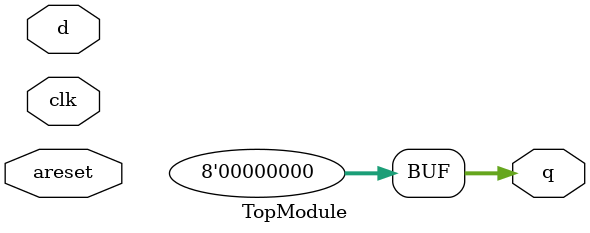
<source format=v>
module TopModule (
  input clk,
  input [7:0] d,
  input areset,
  output reg [7:0] q
);

  // Module body - leave empty or add minimal initialization
  initial begin
    q <= 8'b0; // Optional initialization
  end

endmodule
</source>
